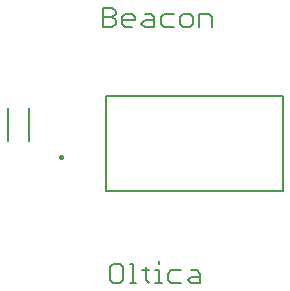
<source format=gto>
G75*
G70*
%OFA0B0*%
%FSLAX24Y24*%
%IPPOS*%
%LPD*%
%AMOC8*
5,1,8,0,0,1.08239X$1,22.5*
%
%ADD10C,0.0060*%
%ADD11C,0.0050*%
%ADD12C,0.0080*%
%ADD13C,0.0160*%
D10*
X004231Y001089D02*
X004337Y000983D01*
X004551Y000983D01*
X004658Y001089D01*
X004658Y001516D01*
X004551Y001623D01*
X004337Y001623D01*
X004231Y001516D01*
X004231Y001089D01*
X004875Y000983D02*
X005089Y000983D01*
X004982Y000983D02*
X004982Y001623D01*
X004875Y001623D01*
X005305Y001410D02*
X005518Y001410D01*
X005412Y001516D02*
X005412Y001089D01*
X005518Y000983D01*
X005735Y000983D02*
X005948Y000983D01*
X005841Y000983D02*
X005841Y001410D01*
X005735Y001410D01*
X005841Y001623D02*
X005841Y001730D01*
X006164Y001303D02*
X006164Y001089D01*
X006271Y000983D01*
X006591Y000983D01*
X006809Y001089D02*
X006916Y001196D01*
X007236Y001196D01*
X007236Y001303D02*
X007236Y000983D01*
X006916Y000983D01*
X006809Y001089D01*
X006916Y001410D02*
X007129Y001410D01*
X007236Y001303D01*
X006591Y001410D02*
X006271Y001410D01*
X006164Y001303D01*
X006023Y009526D02*
X006343Y009526D01*
X006561Y009632D02*
X006668Y009526D01*
X006881Y009526D01*
X006988Y009632D01*
X006988Y009846D01*
X006881Y009953D01*
X006668Y009953D01*
X006561Y009846D01*
X006561Y009632D01*
X006343Y009953D02*
X006023Y009953D01*
X005916Y009846D01*
X005916Y009632D01*
X006023Y009526D01*
X005699Y009526D02*
X005699Y009846D01*
X005592Y009953D01*
X005379Y009953D01*
X005379Y009739D02*
X005699Y009739D01*
X005699Y009526D02*
X005379Y009526D01*
X005272Y009632D01*
X005379Y009739D01*
X005054Y009739D02*
X004627Y009739D01*
X004627Y009632D02*
X004627Y009846D01*
X004734Y009953D01*
X004947Y009953D01*
X005054Y009846D01*
X005054Y009739D01*
X004947Y009526D02*
X004734Y009526D01*
X004627Y009632D01*
X004410Y009632D02*
X004303Y009526D01*
X003983Y009526D01*
X003983Y010166D01*
X004303Y010166D01*
X004410Y010059D01*
X004410Y009953D01*
X004303Y009846D01*
X003983Y009846D01*
X004303Y009846D02*
X004410Y009739D01*
X004410Y009632D01*
X007205Y009526D02*
X007205Y009953D01*
X007526Y009953D01*
X007632Y009846D01*
X007632Y009526D01*
D11*
X004078Y007220D02*
X004078Y004070D01*
X009984Y004070D01*
X009984Y007220D01*
X004078Y007220D01*
D12*
X001527Y006836D02*
X001527Y005736D01*
X000827Y005736D02*
X000827Y006836D01*
D13*
X002581Y005194D02*
X002605Y005194D01*
M02*

</source>
